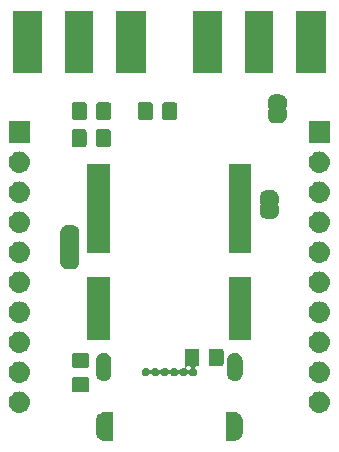
<source format=gts>
G04 #@! TF.GenerationSoftware,KiCad,Pcbnew,(5.1.4-0-10_14)*
G04 #@! TF.CreationDate,2020-02-10T15:43:12-05:00*
G04 #@! TF.ProjectId,neo8_adapter,6e656f38-5f61-4646-9170-7465722e6b69,rev?*
G04 #@! TF.SameCoordinates,Original*
G04 #@! TF.FileFunction,Soldermask,Top*
G04 #@! TF.FilePolarity,Negative*
%FSLAX46Y46*%
G04 Gerber Fmt 4.6, Leading zero omitted, Abs format (unit mm)*
G04 Created by KiCad (PCBNEW (5.1.4-0-10_14)) date 2020-02-10 15:43:12*
%MOMM*%
%LPD*%
G04 APERTURE LIST*
%ADD10C,0.100000*%
G04 APERTURE END LIST*
D10*
G36*
X154495862Y-117698398D02*
G01*
X154508114Y-117699000D01*
X155226000Y-117699000D01*
X155226000Y-120101000D01*
X154508114Y-120101000D01*
X154495862Y-120101602D01*
X154470000Y-120104149D01*
X154444138Y-120101602D01*
X154431886Y-120101000D01*
X154392382Y-120101000D01*
X154373387Y-120095238D01*
X154361262Y-120093439D01*
X154342382Y-120091580D01*
X154251596Y-120064040D01*
X154219664Y-120054354D01*
X154106575Y-119993906D01*
X154007447Y-119912554D01*
X153926094Y-119813424D01*
X153865646Y-119700335D01*
X153855960Y-119668403D01*
X153828420Y-119577617D01*
X153819000Y-119481972D01*
X153819001Y-118318027D01*
X153828421Y-118222382D01*
X153865646Y-118099668D01*
X153865647Y-118099664D01*
X153926095Y-117986575D01*
X154007447Y-117887446D01*
X154106576Y-117806094D01*
X154219665Y-117745646D01*
X154277959Y-117727963D01*
X154342383Y-117708420D01*
X154361256Y-117706561D01*
X154385285Y-117701782D01*
X154392002Y-117699000D01*
X154431886Y-117699000D01*
X154444138Y-117698398D01*
X154470000Y-117695851D01*
X154495862Y-117698398D01*
X154495862Y-117698398D01*
G37*
G36*
X165595862Y-117698398D02*
G01*
X165608114Y-117699000D01*
X165679244Y-117699000D01*
X165693164Y-117706440D01*
X165704706Y-117710570D01*
X165820332Y-117745645D01*
X165820335Y-117745646D01*
X165933425Y-117806094D01*
X166032554Y-117887446D01*
X166113906Y-117986575D01*
X166174354Y-118099664D01*
X166174355Y-118099668D01*
X166211580Y-118222382D01*
X166221000Y-118318027D01*
X166221000Y-119481973D01*
X166211580Y-119577618D01*
X166184040Y-119668404D01*
X166174354Y-119700336D01*
X166113906Y-119813425D01*
X166032554Y-119912553D01*
X165933424Y-119993906D01*
X165820334Y-120054354D01*
X165704714Y-120089427D01*
X165682075Y-120098805D01*
X165678790Y-120101000D01*
X165608114Y-120101000D01*
X165595862Y-120101602D01*
X165570000Y-120104149D01*
X165544138Y-120101602D01*
X165531886Y-120101000D01*
X164814000Y-120101000D01*
X164814000Y-117699000D01*
X165531886Y-117699000D01*
X165544138Y-117698398D01*
X165570000Y-117695851D01*
X165595862Y-117698398D01*
X165595862Y-117698398D01*
G37*
G36*
X172830442Y-115945518D02*
G01*
X172896627Y-115952037D01*
X173066466Y-116003557D01*
X173222991Y-116087222D01*
X173258729Y-116116552D01*
X173360186Y-116199814D01*
X173443448Y-116301271D01*
X173472778Y-116337009D01*
X173556443Y-116493534D01*
X173607963Y-116663373D01*
X173625359Y-116840000D01*
X173607963Y-117016627D01*
X173556443Y-117186466D01*
X173472778Y-117342991D01*
X173443448Y-117378729D01*
X173360186Y-117480186D01*
X173258729Y-117563448D01*
X173222991Y-117592778D01*
X173066466Y-117676443D01*
X172896627Y-117727963D01*
X172830442Y-117734482D01*
X172764260Y-117741000D01*
X172675740Y-117741000D01*
X172609558Y-117734482D01*
X172543373Y-117727963D01*
X172373534Y-117676443D01*
X172217009Y-117592778D01*
X172181271Y-117563448D01*
X172079814Y-117480186D01*
X171996552Y-117378729D01*
X171967222Y-117342991D01*
X171883557Y-117186466D01*
X171832037Y-117016627D01*
X171814641Y-116840000D01*
X171832037Y-116663373D01*
X171883557Y-116493534D01*
X171967222Y-116337009D01*
X171996552Y-116301271D01*
X172079814Y-116199814D01*
X172181271Y-116116552D01*
X172217009Y-116087222D01*
X172373534Y-116003557D01*
X172543373Y-115952037D01*
X172609558Y-115945518D01*
X172675740Y-115939000D01*
X172764260Y-115939000D01*
X172830442Y-115945518D01*
X172830442Y-115945518D01*
G37*
G36*
X147430442Y-115945518D02*
G01*
X147496627Y-115952037D01*
X147666466Y-116003557D01*
X147822991Y-116087222D01*
X147858729Y-116116552D01*
X147960186Y-116199814D01*
X148043448Y-116301271D01*
X148072778Y-116337009D01*
X148156443Y-116493534D01*
X148207963Y-116663373D01*
X148225359Y-116840000D01*
X148207963Y-117016627D01*
X148156443Y-117186466D01*
X148072778Y-117342991D01*
X148043448Y-117378729D01*
X147960186Y-117480186D01*
X147858729Y-117563448D01*
X147822991Y-117592778D01*
X147666466Y-117676443D01*
X147496627Y-117727963D01*
X147430442Y-117734482D01*
X147364260Y-117741000D01*
X147275740Y-117741000D01*
X147209558Y-117734482D01*
X147143373Y-117727963D01*
X146973534Y-117676443D01*
X146817009Y-117592778D01*
X146781271Y-117563448D01*
X146679814Y-117480186D01*
X146596552Y-117378729D01*
X146567222Y-117342991D01*
X146483557Y-117186466D01*
X146432037Y-117016627D01*
X146414641Y-116840000D01*
X146432037Y-116663373D01*
X146483557Y-116493534D01*
X146567222Y-116337009D01*
X146596552Y-116301271D01*
X146679814Y-116199814D01*
X146781271Y-116116552D01*
X146817009Y-116087222D01*
X146973534Y-116003557D01*
X147143373Y-115952037D01*
X147209558Y-115945518D01*
X147275740Y-115939000D01*
X147364260Y-115939000D01*
X147430442Y-115945518D01*
X147430442Y-115945518D01*
G37*
G36*
X153090274Y-114745265D02*
G01*
X153127967Y-114756699D01*
X153162703Y-114775266D01*
X153193148Y-114800252D01*
X153218134Y-114830697D01*
X153236701Y-114865433D01*
X153248135Y-114903126D01*
X153252600Y-114948461D01*
X153252600Y-115785139D01*
X153248135Y-115830474D01*
X153236701Y-115868167D01*
X153218134Y-115902903D01*
X153193148Y-115933348D01*
X153162703Y-115958334D01*
X153127967Y-115976901D01*
X153090274Y-115988335D01*
X153044939Y-115992800D01*
X151958261Y-115992800D01*
X151912926Y-115988335D01*
X151875233Y-115976901D01*
X151840497Y-115958334D01*
X151810052Y-115933348D01*
X151785066Y-115902903D01*
X151766499Y-115868167D01*
X151755065Y-115830474D01*
X151750600Y-115785139D01*
X151750600Y-114948461D01*
X151755065Y-114903126D01*
X151766499Y-114865433D01*
X151785066Y-114830697D01*
X151810052Y-114800252D01*
X151840497Y-114775266D01*
X151875233Y-114756699D01*
X151912926Y-114745265D01*
X151958261Y-114740800D01*
X153044939Y-114740800D01*
X153090274Y-114745265D01*
X153090274Y-114745265D01*
G37*
G36*
X147430443Y-113405519D02*
G01*
X147496627Y-113412037D01*
X147666466Y-113463557D01*
X147822991Y-113547222D01*
X147858729Y-113576552D01*
X147960186Y-113659814D01*
X148029853Y-113744705D01*
X148072778Y-113797009D01*
X148156443Y-113953534D01*
X148207963Y-114123373D01*
X148225359Y-114300000D01*
X148207963Y-114476627D01*
X148156443Y-114646466D01*
X148072778Y-114802991D01*
X148058394Y-114820518D01*
X147960186Y-114940186D01*
X147871493Y-115012973D01*
X147822991Y-115052778D01*
X147666466Y-115136443D01*
X147496627Y-115187963D01*
X147430442Y-115194482D01*
X147364260Y-115201000D01*
X147275740Y-115201000D01*
X147209558Y-115194482D01*
X147143373Y-115187963D01*
X146973534Y-115136443D01*
X146817009Y-115052778D01*
X146768507Y-115012973D01*
X146679814Y-114940186D01*
X146581606Y-114820518D01*
X146567222Y-114802991D01*
X146483557Y-114646466D01*
X146432037Y-114476627D01*
X146414641Y-114300000D01*
X146432037Y-114123373D01*
X146483557Y-113953534D01*
X146567222Y-113797009D01*
X146610147Y-113744705D01*
X146679814Y-113659814D01*
X146781271Y-113576552D01*
X146817009Y-113547222D01*
X146973534Y-113463557D01*
X147143373Y-113412037D01*
X147209557Y-113405519D01*
X147275740Y-113399000D01*
X147364260Y-113399000D01*
X147430443Y-113405519D01*
X147430443Y-113405519D01*
G37*
G36*
X172830443Y-113405519D02*
G01*
X172896627Y-113412037D01*
X173066466Y-113463557D01*
X173222991Y-113547222D01*
X173258729Y-113576552D01*
X173360186Y-113659814D01*
X173429853Y-113744705D01*
X173472778Y-113797009D01*
X173556443Y-113953534D01*
X173607963Y-114123373D01*
X173625359Y-114300000D01*
X173607963Y-114476627D01*
X173556443Y-114646466D01*
X173472778Y-114802991D01*
X173458394Y-114820518D01*
X173360186Y-114940186D01*
X173271493Y-115012973D01*
X173222991Y-115052778D01*
X173066466Y-115136443D01*
X172896627Y-115187963D01*
X172830442Y-115194482D01*
X172764260Y-115201000D01*
X172675740Y-115201000D01*
X172609558Y-115194482D01*
X172543373Y-115187963D01*
X172373534Y-115136443D01*
X172217009Y-115052778D01*
X172168507Y-115012973D01*
X172079814Y-114940186D01*
X171981606Y-114820518D01*
X171967222Y-114802991D01*
X171883557Y-114646466D01*
X171832037Y-114476627D01*
X171814641Y-114300000D01*
X171832037Y-114123373D01*
X171883557Y-113953534D01*
X171967222Y-113797009D01*
X172010147Y-113744705D01*
X172079814Y-113659814D01*
X172181271Y-113576552D01*
X172217009Y-113547222D01*
X172373534Y-113463557D01*
X172543373Y-113412037D01*
X172609557Y-113405519D01*
X172675740Y-113399000D01*
X172764260Y-113399000D01*
X172830443Y-113405519D01*
X172830443Y-113405519D01*
G37*
G36*
X165697618Y-112658420D02*
G01*
X165788404Y-112685960D01*
X165820336Y-112695646D01*
X165933425Y-112756094D01*
X166032554Y-112837446D01*
X166113906Y-112936575D01*
X166174354Y-113049664D01*
X166174355Y-113049668D01*
X166211580Y-113172382D01*
X166221000Y-113268027D01*
X166221000Y-114431973D01*
X166211580Y-114527618D01*
X166186270Y-114611052D01*
X166174354Y-114650336D01*
X166113906Y-114763425D01*
X166032554Y-114862553D01*
X165933424Y-114943906D01*
X165820335Y-115004354D01*
X165791921Y-115012973D01*
X165697617Y-115041580D01*
X165570000Y-115054149D01*
X165442382Y-115041580D01*
X165348078Y-115012973D01*
X165319664Y-115004354D01*
X165206575Y-114943906D01*
X165107447Y-114862554D01*
X165026094Y-114763424D01*
X164965646Y-114650335D01*
X164942078Y-114572640D01*
X164928420Y-114527617D01*
X164919000Y-114431972D01*
X164919001Y-113268027D01*
X164928421Y-113172382D01*
X164965646Y-113049668D01*
X164965647Y-113049664D01*
X165026095Y-112936575D01*
X165107447Y-112837446D01*
X165206576Y-112756094D01*
X165319665Y-112695646D01*
X165351597Y-112685960D01*
X165442383Y-112658420D01*
X165570000Y-112645851D01*
X165697618Y-112658420D01*
X165697618Y-112658420D01*
G37*
G36*
X154597618Y-112658420D02*
G01*
X154688404Y-112685960D01*
X154720336Y-112695646D01*
X154833425Y-112756094D01*
X154932554Y-112837446D01*
X155013906Y-112936575D01*
X155074354Y-113049664D01*
X155074355Y-113049668D01*
X155111580Y-113172382D01*
X155121000Y-113268027D01*
X155121000Y-114431973D01*
X155111580Y-114527618D01*
X155086270Y-114611052D01*
X155074354Y-114650336D01*
X155013906Y-114763425D01*
X154932554Y-114862553D01*
X154833424Y-114943906D01*
X154720335Y-115004354D01*
X154691921Y-115012973D01*
X154597617Y-115041580D01*
X154470000Y-115054149D01*
X154342382Y-115041580D01*
X154248078Y-115012973D01*
X154219664Y-115004354D01*
X154106575Y-114943906D01*
X154007447Y-114862554D01*
X153926094Y-114763424D01*
X153865646Y-114650335D01*
X153842078Y-114572640D01*
X153828420Y-114527617D01*
X153819000Y-114431972D01*
X153819001Y-113268027D01*
X153828421Y-113172382D01*
X153865646Y-113049668D01*
X153865647Y-113049664D01*
X153926095Y-112936575D01*
X154007447Y-112837446D01*
X154106576Y-112756094D01*
X154219665Y-112695646D01*
X154251597Y-112685960D01*
X154342383Y-112658420D01*
X154470000Y-112645851D01*
X154597618Y-112658420D01*
X154597618Y-112658420D01*
G37*
G36*
X162396074Y-112321565D02*
G01*
X162433767Y-112332999D01*
X162468503Y-112351566D01*
X162498948Y-112376552D01*
X162523934Y-112406997D01*
X162542501Y-112441733D01*
X162553935Y-112479426D01*
X162558400Y-112524761D01*
X162558400Y-113611439D01*
X162553935Y-113656774D01*
X162542501Y-113694467D01*
X162523934Y-113729203D01*
X162498948Y-113759648D01*
X162468503Y-113784634D01*
X162433767Y-113803201D01*
X162396074Y-113814635D01*
X162350739Y-113819100D01*
X162337263Y-113819100D01*
X162312877Y-113821502D01*
X162289428Y-113828615D01*
X162267817Y-113840166D01*
X162248875Y-113855711D01*
X162233330Y-113874653D01*
X162221779Y-113896264D01*
X162214666Y-113919713D01*
X162212264Y-113944099D01*
X162214666Y-113968485D01*
X162221779Y-113991934D01*
X162233330Y-114013545D01*
X162248875Y-114032487D01*
X162292640Y-114076252D01*
X162331054Y-114133742D01*
X162343779Y-114164464D01*
X162357511Y-114197617D01*
X162371000Y-114265430D01*
X162371000Y-114334570D01*
X162357511Y-114402383D01*
X162357510Y-114402385D01*
X162331054Y-114466258D01*
X162292640Y-114523748D01*
X162243748Y-114572640D01*
X162186258Y-114611054D01*
X162134182Y-114632624D01*
X162122383Y-114637511D01*
X162054570Y-114651000D01*
X161985430Y-114651000D01*
X161917617Y-114637511D01*
X161905818Y-114632624D01*
X161853742Y-114611054D01*
X161796252Y-114572640D01*
X161747360Y-114523748D01*
X161723933Y-114488687D01*
X161708387Y-114469745D01*
X161689445Y-114454200D01*
X161667835Y-114442649D01*
X161644386Y-114435536D01*
X161620000Y-114433134D01*
X161595614Y-114435536D01*
X161572165Y-114442649D01*
X161550554Y-114454200D01*
X161531612Y-114469746D01*
X161516067Y-114488687D01*
X161492640Y-114523748D01*
X161443748Y-114572640D01*
X161386258Y-114611054D01*
X161334182Y-114632624D01*
X161322383Y-114637511D01*
X161254570Y-114651000D01*
X161185430Y-114651000D01*
X161117617Y-114637511D01*
X161105818Y-114632624D01*
X161053742Y-114611054D01*
X160996252Y-114572640D01*
X160947360Y-114523748D01*
X160923933Y-114488687D01*
X160908387Y-114469745D01*
X160889445Y-114454200D01*
X160867835Y-114442649D01*
X160844386Y-114435536D01*
X160820000Y-114433134D01*
X160795614Y-114435536D01*
X160772165Y-114442649D01*
X160750554Y-114454200D01*
X160731612Y-114469746D01*
X160716067Y-114488687D01*
X160692640Y-114523748D01*
X160643748Y-114572640D01*
X160586258Y-114611054D01*
X160534182Y-114632624D01*
X160522383Y-114637511D01*
X160454570Y-114651000D01*
X160385430Y-114651000D01*
X160317617Y-114637511D01*
X160305818Y-114632624D01*
X160253742Y-114611054D01*
X160196252Y-114572640D01*
X160147360Y-114523748D01*
X160123933Y-114488687D01*
X160108387Y-114469745D01*
X160089445Y-114454200D01*
X160067835Y-114442649D01*
X160044386Y-114435536D01*
X160020000Y-114433134D01*
X159995614Y-114435536D01*
X159972165Y-114442649D01*
X159950554Y-114454200D01*
X159931612Y-114469746D01*
X159916067Y-114488687D01*
X159892640Y-114523748D01*
X159843748Y-114572640D01*
X159786258Y-114611054D01*
X159734182Y-114632624D01*
X159722383Y-114637511D01*
X159654570Y-114651000D01*
X159585430Y-114651000D01*
X159517617Y-114637511D01*
X159505818Y-114632624D01*
X159453742Y-114611054D01*
X159396252Y-114572640D01*
X159347360Y-114523748D01*
X159323933Y-114488687D01*
X159308387Y-114469745D01*
X159289445Y-114454200D01*
X159267835Y-114442649D01*
X159244386Y-114435536D01*
X159220000Y-114433134D01*
X159195614Y-114435536D01*
X159172165Y-114442649D01*
X159150554Y-114454200D01*
X159131612Y-114469746D01*
X159116067Y-114488687D01*
X159092640Y-114523748D01*
X159043748Y-114572640D01*
X158986258Y-114611054D01*
X158934182Y-114632624D01*
X158922383Y-114637511D01*
X158854570Y-114651000D01*
X158785430Y-114651000D01*
X158717617Y-114637511D01*
X158705818Y-114632624D01*
X158653742Y-114611054D01*
X158596252Y-114572640D01*
X158547360Y-114523748D01*
X158523933Y-114488687D01*
X158508387Y-114469745D01*
X158489445Y-114454200D01*
X158467835Y-114442649D01*
X158444386Y-114435536D01*
X158420000Y-114433134D01*
X158395614Y-114435536D01*
X158372165Y-114442649D01*
X158350554Y-114454200D01*
X158331612Y-114469746D01*
X158316067Y-114488687D01*
X158292640Y-114523748D01*
X158243748Y-114572640D01*
X158186258Y-114611054D01*
X158134182Y-114632624D01*
X158122383Y-114637511D01*
X158054570Y-114651000D01*
X157985430Y-114651000D01*
X157917617Y-114637511D01*
X157905818Y-114632624D01*
X157853742Y-114611054D01*
X157796252Y-114572640D01*
X157747360Y-114523748D01*
X157708946Y-114466258D01*
X157682490Y-114402385D01*
X157682489Y-114402383D01*
X157669000Y-114334570D01*
X157669000Y-114265430D01*
X157682489Y-114197617D01*
X157696221Y-114164464D01*
X157708946Y-114133742D01*
X157747360Y-114076252D01*
X157796252Y-114027360D01*
X157853742Y-113988946D01*
X157917615Y-113962490D01*
X157917614Y-113962490D01*
X157917617Y-113962489D01*
X157985430Y-113949000D01*
X158054570Y-113949000D01*
X158122383Y-113962489D01*
X158122386Y-113962490D01*
X158122385Y-113962490D01*
X158186258Y-113988946D01*
X158243748Y-114027360D01*
X158292640Y-114076252D01*
X158316067Y-114111313D01*
X158331613Y-114130255D01*
X158350555Y-114145800D01*
X158372165Y-114157351D01*
X158395614Y-114164464D01*
X158420000Y-114166866D01*
X158444386Y-114164464D01*
X158467835Y-114157351D01*
X158489446Y-114145800D01*
X158508388Y-114130254D01*
X158523933Y-114111313D01*
X158547360Y-114076252D01*
X158596252Y-114027360D01*
X158653742Y-113988946D01*
X158717615Y-113962490D01*
X158717614Y-113962490D01*
X158717617Y-113962489D01*
X158785430Y-113949000D01*
X158854570Y-113949000D01*
X158922383Y-113962489D01*
X158922386Y-113962490D01*
X158922385Y-113962490D01*
X158986258Y-113988946D01*
X159043748Y-114027360D01*
X159092640Y-114076252D01*
X159116067Y-114111313D01*
X159131613Y-114130255D01*
X159150555Y-114145800D01*
X159172165Y-114157351D01*
X159195614Y-114164464D01*
X159220000Y-114166866D01*
X159244386Y-114164464D01*
X159267835Y-114157351D01*
X159289446Y-114145800D01*
X159308388Y-114130254D01*
X159323933Y-114111313D01*
X159347360Y-114076252D01*
X159396252Y-114027360D01*
X159453742Y-113988946D01*
X159517615Y-113962490D01*
X159517614Y-113962490D01*
X159517617Y-113962489D01*
X159585430Y-113949000D01*
X159654570Y-113949000D01*
X159722383Y-113962489D01*
X159722386Y-113962490D01*
X159722385Y-113962490D01*
X159786258Y-113988946D01*
X159843748Y-114027360D01*
X159892640Y-114076252D01*
X159916067Y-114111313D01*
X159931613Y-114130255D01*
X159950555Y-114145800D01*
X159972165Y-114157351D01*
X159995614Y-114164464D01*
X160020000Y-114166866D01*
X160044386Y-114164464D01*
X160067835Y-114157351D01*
X160089446Y-114145800D01*
X160108388Y-114130254D01*
X160123933Y-114111313D01*
X160147360Y-114076252D01*
X160196252Y-114027360D01*
X160253742Y-113988946D01*
X160317615Y-113962490D01*
X160317614Y-113962490D01*
X160317617Y-113962489D01*
X160385430Y-113949000D01*
X160454570Y-113949000D01*
X160522383Y-113962489D01*
X160522386Y-113962490D01*
X160522385Y-113962490D01*
X160586258Y-113988946D01*
X160643748Y-114027360D01*
X160692640Y-114076252D01*
X160716067Y-114111313D01*
X160731613Y-114130255D01*
X160750555Y-114145800D01*
X160772165Y-114157351D01*
X160795614Y-114164464D01*
X160820000Y-114166866D01*
X160844386Y-114164464D01*
X160867835Y-114157351D01*
X160889446Y-114145800D01*
X160908388Y-114130254D01*
X160923933Y-114111313D01*
X160947360Y-114076252D01*
X160996252Y-114027360D01*
X161053742Y-113988946D01*
X161117615Y-113962490D01*
X161117614Y-113962490D01*
X161117617Y-113962489D01*
X161185430Y-113949000D01*
X161256960Y-113949000D01*
X161281346Y-113946598D01*
X161289584Y-113944099D01*
X161412264Y-113944099D01*
X161414666Y-113968485D01*
X161421779Y-113991934D01*
X161433330Y-114013545D01*
X161448875Y-114032487D01*
X161492640Y-114076252D01*
X161516067Y-114111313D01*
X161531613Y-114130255D01*
X161550555Y-114145800D01*
X161572165Y-114157351D01*
X161595614Y-114164464D01*
X161620000Y-114166866D01*
X161644386Y-114164464D01*
X161667835Y-114157351D01*
X161689446Y-114145800D01*
X161708388Y-114130254D01*
X161723933Y-114111313D01*
X161747360Y-114076252D01*
X161791125Y-114032487D01*
X161806670Y-114013545D01*
X161818221Y-113991934D01*
X161825334Y-113968485D01*
X161827736Y-113944099D01*
X161825334Y-113919713D01*
X161818221Y-113896264D01*
X161806670Y-113874653D01*
X161791125Y-113855711D01*
X161772183Y-113840166D01*
X161750572Y-113828615D01*
X161727123Y-113821502D01*
X161702737Y-113819100D01*
X161537263Y-113819100D01*
X161512877Y-113821502D01*
X161489428Y-113828615D01*
X161467817Y-113840166D01*
X161448875Y-113855711D01*
X161433330Y-113874653D01*
X161421779Y-113896264D01*
X161414666Y-113919713D01*
X161412264Y-113944099D01*
X161289584Y-113944099D01*
X161304795Y-113939485D01*
X161326406Y-113927934D01*
X161345348Y-113912389D01*
X161360893Y-113893447D01*
X161372444Y-113871836D01*
X161379557Y-113848387D01*
X161381959Y-113824001D01*
X161379557Y-113799615D01*
X161372444Y-113776166D01*
X161353587Y-113744705D01*
X161340868Y-113729206D01*
X161322299Y-113694467D01*
X161310865Y-113656774D01*
X161306400Y-113611439D01*
X161306400Y-112524761D01*
X161310865Y-112479426D01*
X161322299Y-112441733D01*
X161340866Y-112406997D01*
X161365852Y-112376552D01*
X161396297Y-112351566D01*
X161431033Y-112332999D01*
X161468726Y-112321565D01*
X161514061Y-112317100D01*
X162350739Y-112317100D01*
X162396074Y-112321565D01*
X162396074Y-112321565D01*
G37*
G36*
X153090274Y-112695265D02*
G01*
X153127967Y-112706699D01*
X153162703Y-112725266D01*
X153193148Y-112750252D01*
X153218134Y-112780697D01*
X153236701Y-112815433D01*
X153248135Y-112853126D01*
X153252600Y-112898461D01*
X153252600Y-113735139D01*
X153248135Y-113780474D01*
X153236701Y-113818167D01*
X153218134Y-113852903D01*
X153193148Y-113883348D01*
X153162703Y-113908334D01*
X153127967Y-113926901D01*
X153090274Y-113938335D01*
X153044939Y-113942800D01*
X151958261Y-113942800D01*
X151912926Y-113938335D01*
X151875233Y-113926901D01*
X151840497Y-113908334D01*
X151810052Y-113883348D01*
X151785066Y-113852903D01*
X151766499Y-113818167D01*
X151755065Y-113780474D01*
X151750600Y-113735139D01*
X151750600Y-112898461D01*
X151755065Y-112853126D01*
X151766499Y-112815433D01*
X151785066Y-112780697D01*
X151810052Y-112750252D01*
X151840497Y-112725266D01*
X151875233Y-112706699D01*
X151912926Y-112695265D01*
X151958261Y-112690800D01*
X153044939Y-112690800D01*
X153090274Y-112695265D01*
X153090274Y-112695265D01*
G37*
G36*
X164446074Y-112321565D02*
G01*
X164483767Y-112332999D01*
X164518503Y-112351566D01*
X164548948Y-112376552D01*
X164573934Y-112406997D01*
X164592501Y-112441733D01*
X164603935Y-112479426D01*
X164608400Y-112524761D01*
X164608400Y-113611439D01*
X164603935Y-113656774D01*
X164592501Y-113694467D01*
X164573934Y-113729203D01*
X164548948Y-113759648D01*
X164518503Y-113784634D01*
X164483767Y-113803201D01*
X164446074Y-113814635D01*
X164400739Y-113819100D01*
X163564061Y-113819100D01*
X163518726Y-113814635D01*
X163481033Y-113803201D01*
X163446297Y-113784634D01*
X163415852Y-113759648D01*
X163390866Y-113729203D01*
X163372299Y-113694467D01*
X163360865Y-113656774D01*
X163356400Y-113611439D01*
X163356400Y-112524761D01*
X163360865Y-112479426D01*
X163372299Y-112441733D01*
X163390866Y-112406997D01*
X163415852Y-112376552D01*
X163446297Y-112351566D01*
X163481033Y-112332999D01*
X163518726Y-112321565D01*
X163564061Y-112317100D01*
X164400739Y-112317100D01*
X164446074Y-112321565D01*
X164446074Y-112321565D01*
G37*
G36*
X147430442Y-110865518D02*
G01*
X147496627Y-110872037D01*
X147666466Y-110923557D01*
X147822991Y-111007222D01*
X147858729Y-111036552D01*
X147960186Y-111119814D01*
X148043448Y-111221271D01*
X148072778Y-111257009D01*
X148156443Y-111413534D01*
X148207963Y-111583373D01*
X148225359Y-111760000D01*
X148207963Y-111936627D01*
X148156443Y-112106466D01*
X148072778Y-112262991D01*
X148043448Y-112298729D01*
X147960186Y-112400186D01*
X147863630Y-112479426D01*
X147822991Y-112512778D01*
X147666466Y-112596443D01*
X147496627Y-112647963D01*
X147430442Y-112654482D01*
X147364260Y-112661000D01*
X147275740Y-112661000D01*
X147209558Y-112654482D01*
X147143373Y-112647963D01*
X146973534Y-112596443D01*
X146817009Y-112512778D01*
X146776370Y-112479426D01*
X146679814Y-112400186D01*
X146596552Y-112298729D01*
X146567222Y-112262991D01*
X146483557Y-112106466D01*
X146432037Y-111936627D01*
X146414641Y-111760000D01*
X146432037Y-111583373D01*
X146483557Y-111413534D01*
X146567222Y-111257009D01*
X146596552Y-111221271D01*
X146679814Y-111119814D01*
X146781271Y-111036552D01*
X146817009Y-111007222D01*
X146973534Y-110923557D01*
X147143373Y-110872037D01*
X147209558Y-110865518D01*
X147275740Y-110859000D01*
X147364260Y-110859000D01*
X147430442Y-110865518D01*
X147430442Y-110865518D01*
G37*
G36*
X172830442Y-110865518D02*
G01*
X172896627Y-110872037D01*
X173066466Y-110923557D01*
X173222991Y-111007222D01*
X173258729Y-111036552D01*
X173360186Y-111119814D01*
X173443448Y-111221271D01*
X173472778Y-111257009D01*
X173556443Y-111413534D01*
X173607963Y-111583373D01*
X173625359Y-111760000D01*
X173607963Y-111936627D01*
X173556443Y-112106466D01*
X173472778Y-112262991D01*
X173443448Y-112298729D01*
X173360186Y-112400186D01*
X173263630Y-112479426D01*
X173222991Y-112512778D01*
X173066466Y-112596443D01*
X172896627Y-112647963D01*
X172830442Y-112654482D01*
X172764260Y-112661000D01*
X172675740Y-112661000D01*
X172609558Y-112654482D01*
X172543373Y-112647963D01*
X172373534Y-112596443D01*
X172217009Y-112512778D01*
X172176370Y-112479426D01*
X172079814Y-112400186D01*
X171996552Y-112298729D01*
X171967222Y-112262991D01*
X171883557Y-112106466D01*
X171832037Y-111936627D01*
X171814641Y-111760000D01*
X171832037Y-111583373D01*
X171883557Y-111413534D01*
X171967222Y-111257009D01*
X171996552Y-111221271D01*
X172079814Y-111119814D01*
X172181271Y-111036552D01*
X172217009Y-111007222D01*
X172373534Y-110923557D01*
X172543373Y-110872037D01*
X172609558Y-110865518D01*
X172675740Y-110859000D01*
X172764260Y-110859000D01*
X172830442Y-110865518D01*
X172830442Y-110865518D01*
G37*
G36*
X154971000Y-111591000D02*
G01*
X153069000Y-111591000D01*
X153069000Y-106289000D01*
X154971000Y-106289000D01*
X154971000Y-111591000D01*
X154971000Y-111591000D01*
G37*
G36*
X166971000Y-111591000D02*
G01*
X165069000Y-111591000D01*
X165069000Y-106289000D01*
X166971000Y-106289000D01*
X166971000Y-111591000D01*
X166971000Y-111591000D01*
G37*
G36*
X172830443Y-108325519D02*
G01*
X172896627Y-108332037D01*
X173066466Y-108383557D01*
X173222991Y-108467222D01*
X173249527Y-108489000D01*
X173360186Y-108579814D01*
X173443448Y-108681271D01*
X173472778Y-108717009D01*
X173556443Y-108873534D01*
X173607963Y-109043373D01*
X173625359Y-109220000D01*
X173607963Y-109396627D01*
X173556443Y-109566466D01*
X173472778Y-109722991D01*
X173443448Y-109758729D01*
X173360186Y-109860186D01*
X173258729Y-109943448D01*
X173222991Y-109972778D01*
X173066466Y-110056443D01*
X172896627Y-110107963D01*
X172830443Y-110114481D01*
X172764260Y-110121000D01*
X172675740Y-110121000D01*
X172609557Y-110114481D01*
X172543373Y-110107963D01*
X172373534Y-110056443D01*
X172217009Y-109972778D01*
X172181271Y-109943448D01*
X172079814Y-109860186D01*
X171996552Y-109758729D01*
X171967222Y-109722991D01*
X171883557Y-109566466D01*
X171832037Y-109396627D01*
X171814641Y-109220000D01*
X171832037Y-109043373D01*
X171883557Y-108873534D01*
X171967222Y-108717009D01*
X171996552Y-108681271D01*
X172079814Y-108579814D01*
X172190473Y-108489000D01*
X172217009Y-108467222D01*
X172373534Y-108383557D01*
X172543373Y-108332037D01*
X172609557Y-108325519D01*
X172675740Y-108319000D01*
X172764260Y-108319000D01*
X172830443Y-108325519D01*
X172830443Y-108325519D01*
G37*
G36*
X147430443Y-108325519D02*
G01*
X147496627Y-108332037D01*
X147666466Y-108383557D01*
X147822991Y-108467222D01*
X147849527Y-108489000D01*
X147960186Y-108579814D01*
X148043448Y-108681271D01*
X148072778Y-108717009D01*
X148156443Y-108873534D01*
X148207963Y-109043373D01*
X148225359Y-109220000D01*
X148207963Y-109396627D01*
X148156443Y-109566466D01*
X148072778Y-109722991D01*
X148043448Y-109758729D01*
X147960186Y-109860186D01*
X147858729Y-109943448D01*
X147822991Y-109972778D01*
X147666466Y-110056443D01*
X147496627Y-110107963D01*
X147430443Y-110114481D01*
X147364260Y-110121000D01*
X147275740Y-110121000D01*
X147209557Y-110114481D01*
X147143373Y-110107963D01*
X146973534Y-110056443D01*
X146817009Y-109972778D01*
X146781271Y-109943448D01*
X146679814Y-109860186D01*
X146596552Y-109758729D01*
X146567222Y-109722991D01*
X146483557Y-109566466D01*
X146432037Y-109396627D01*
X146414641Y-109220000D01*
X146432037Y-109043373D01*
X146483557Y-108873534D01*
X146567222Y-108717009D01*
X146596552Y-108681271D01*
X146679814Y-108579814D01*
X146790473Y-108489000D01*
X146817009Y-108467222D01*
X146973534Y-108383557D01*
X147143373Y-108332037D01*
X147209557Y-108325519D01*
X147275740Y-108319000D01*
X147364260Y-108319000D01*
X147430443Y-108325519D01*
X147430443Y-108325519D01*
G37*
G36*
X147430443Y-105785519D02*
G01*
X147496627Y-105792037D01*
X147666466Y-105843557D01*
X147822991Y-105927222D01*
X147858729Y-105956552D01*
X147960186Y-106039814D01*
X148043448Y-106141271D01*
X148072778Y-106177009D01*
X148156443Y-106333534D01*
X148207963Y-106503373D01*
X148225359Y-106680000D01*
X148207963Y-106856627D01*
X148156443Y-107026466D01*
X148072778Y-107182991D01*
X148066205Y-107191000D01*
X147960186Y-107320186D01*
X147858729Y-107403448D01*
X147822991Y-107432778D01*
X147666466Y-107516443D01*
X147496627Y-107567963D01*
X147430443Y-107574481D01*
X147364260Y-107581000D01*
X147275740Y-107581000D01*
X147209557Y-107574481D01*
X147143373Y-107567963D01*
X146973534Y-107516443D01*
X146817009Y-107432778D01*
X146781271Y-107403448D01*
X146679814Y-107320186D01*
X146573795Y-107191000D01*
X146567222Y-107182991D01*
X146483557Y-107026466D01*
X146432037Y-106856627D01*
X146414641Y-106680000D01*
X146432037Y-106503373D01*
X146483557Y-106333534D01*
X146567222Y-106177009D01*
X146596552Y-106141271D01*
X146679814Y-106039814D01*
X146781271Y-105956552D01*
X146817009Y-105927222D01*
X146973534Y-105843557D01*
X147143373Y-105792037D01*
X147209557Y-105785519D01*
X147275740Y-105779000D01*
X147364260Y-105779000D01*
X147430443Y-105785519D01*
X147430443Y-105785519D01*
G37*
G36*
X172830443Y-105785519D02*
G01*
X172896627Y-105792037D01*
X173066466Y-105843557D01*
X173222991Y-105927222D01*
X173258729Y-105956552D01*
X173360186Y-106039814D01*
X173443448Y-106141271D01*
X173472778Y-106177009D01*
X173556443Y-106333534D01*
X173607963Y-106503373D01*
X173625359Y-106680000D01*
X173607963Y-106856627D01*
X173556443Y-107026466D01*
X173472778Y-107182991D01*
X173466205Y-107191000D01*
X173360186Y-107320186D01*
X173258729Y-107403448D01*
X173222991Y-107432778D01*
X173066466Y-107516443D01*
X172896627Y-107567963D01*
X172830443Y-107574481D01*
X172764260Y-107581000D01*
X172675740Y-107581000D01*
X172609557Y-107574481D01*
X172543373Y-107567963D01*
X172373534Y-107516443D01*
X172217009Y-107432778D01*
X172181271Y-107403448D01*
X172079814Y-107320186D01*
X171973795Y-107191000D01*
X171967222Y-107182991D01*
X171883557Y-107026466D01*
X171832037Y-106856627D01*
X171814641Y-106680000D01*
X171832037Y-106503373D01*
X171883557Y-106333534D01*
X171967222Y-106177009D01*
X171996552Y-106141271D01*
X172079814Y-106039814D01*
X172181271Y-105956552D01*
X172217009Y-105927222D01*
X172373534Y-105843557D01*
X172543373Y-105792037D01*
X172609557Y-105785519D01*
X172675740Y-105779000D01*
X172764260Y-105779000D01*
X172830443Y-105785519D01*
X172830443Y-105785519D01*
G37*
G36*
X151849399Y-101862754D02*
G01*
X151861650Y-101863356D01*
X151880069Y-101863356D01*
X151902349Y-101865550D01*
X151986433Y-101882276D01*
X152007860Y-101888776D01*
X152087058Y-101921580D01*
X152092503Y-101924491D01*
X152092509Y-101924493D01*
X152101369Y-101929229D01*
X152101373Y-101929232D01*
X152106814Y-101932140D01*
X152178099Y-101979771D01*
X152195404Y-101993972D01*
X152256028Y-102054596D01*
X152270229Y-102071901D01*
X152317860Y-102143186D01*
X152320768Y-102148627D01*
X152320771Y-102148631D01*
X152325507Y-102157491D01*
X152325509Y-102157497D01*
X152328420Y-102162942D01*
X152361224Y-102242140D01*
X152367724Y-102263567D01*
X152384450Y-102347651D01*
X152386644Y-102369931D01*
X152386644Y-102388350D01*
X152387246Y-102400601D01*
X152389052Y-102418939D01*
X152389052Y-102956660D01*
X152387463Y-102972799D01*
X152383055Y-102987328D01*
X152377594Y-103000511D01*
X152372812Y-103024545D01*
X152372811Y-103049049D01*
X152377591Y-103073082D01*
X152386968Y-103095721D01*
X152388200Y-103097565D01*
X152388200Y-104328850D01*
X152381725Y-104340964D01*
X152374612Y-104364413D01*
X152372210Y-104388799D01*
X152374612Y-104413185D01*
X152381725Y-104436634D01*
X152384048Y-104441546D01*
X152387463Y-104452801D01*
X152389052Y-104468940D01*
X152389052Y-105006662D01*
X152387246Y-105024999D01*
X152386644Y-105037250D01*
X152386644Y-105055669D01*
X152384450Y-105077949D01*
X152367724Y-105162033D01*
X152361224Y-105183460D01*
X152328420Y-105262658D01*
X152325509Y-105268103D01*
X152325507Y-105268109D01*
X152320771Y-105276969D01*
X152320768Y-105276973D01*
X152317860Y-105282414D01*
X152270229Y-105353699D01*
X152256028Y-105371004D01*
X152195404Y-105431628D01*
X152178099Y-105445829D01*
X152106814Y-105493460D01*
X152101373Y-105496368D01*
X152101369Y-105496371D01*
X152092509Y-105501107D01*
X152092503Y-105501109D01*
X152087058Y-105504020D01*
X152007860Y-105536824D01*
X151986433Y-105543324D01*
X151902349Y-105560050D01*
X151880069Y-105562244D01*
X151861650Y-105562244D01*
X151849399Y-105562846D01*
X151831062Y-105564652D01*
X151343338Y-105564652D01*
X151325001Y-105562846D01*
X151312750Y-105562244D01*
X151294331Y-105562244D01*
X151272051Y-105560050D01*
X151187967Y-105543324D01*
X151166540Y-105536824D01*
X151087342Y-105504020D01*
X151081897Y-105501109D01*
X151081891Y-105501107D01*
X151073031Y-105496371D01*
X151073027Y-105496368D01*
X151067586Y-105493460D01*
X150996301Y-105445829D01*
X150978996Y-105431628D01*
X150918372Y-105371004D01*
X150904171Y-105353699D01*
X150856540Y-105282414D01*
X150853632Y-105276973D01*
X150853629Y-105276969D01*
X150848893Y-105268109D01*
X150848891Y-105268103D01*
X150845980Y-105262658D01*
X150813176Y-105183460D01*
X150806676Y-105162033D01*
X150789950Y-105077949D01*
X150787756Y-105055669D01*
X150787756Y-105037250D01*
X150787154Y-105024999D01*
X150785348Y-105006662D01*
X150785348Y-104468940D01*
X150786937Y-104452801D01*
X150791345Y-104438272D01*
X150796806Y-104425089D01*
X150801588Y-104401055D01*
X150801589Y-104376551D01*
X150796809Y-104352518D01*
X150787432Y-104329879D01*
X150786200Y-104328035D01*
X150786200Y-103096750D01*
X150792675Y-103084636D01*
X150799788Y-103061187D01*
X150802190Y-103036801D01*
X150799788Y-103012415D01*
X150792675Y-102988966D01*
X150790352Y-102984054D01*
X150786937Y-102972799D01*
X150785348Y-102956660D01*
X150785348Y-102418939D01*
X150787154Y-102400601D01*
X150787756Y-102388350D01*
X150787756Y-102369931D01*
X150789950Y-102347651D01*
X150806676Y-102263567D01*
X150813176Y-102242140D01*
X150845980Y-102162942D01*
X150848891Y-102157497D01*
X150848893Y-102157491D01*
X150853629Y-102148631D01*
X150853632Y-102148627D01*
X150856540Y-102143186D01*
X150904171Y-102071901D01*
X150918372Y-102054596D01*
X150978996Y-101993972D01*
X150996301Y-101979771D01*
X151067586Y-101932140D01*
X151073027Y-101929232D01*
X151073031Y-101929229D01*
X151081891Y-101924493D01*
X151081897Y-101924491D01*
X151087342Y-101921580D01*
X151166540Y-101888776D01*
X151187967Y-101882276D01*
X151272051Y-101865550D01*
X151294331Y-101863356D01*
X151312750Y-101863356D01*
X151325001Y-101862754D01*
X151343339Y-101860948D01*
X151831061Y-101860948D01*
X151849399Y-101862754D01*
X151849399Y-101862754D01*
G37*
G36*
X172830443Y-103245519D02*
G01*
X172896627Y-103252037D01*
X173066466Y-103303557D01*
X173222991Y-103387222D01*
X173258729Y-103416552D01*
X173360186Y-103499814D01*
X173443448Y-103601271D01*
X173472778Y-103637009D01*
X173556443Y-103793534D01*
X173607963Y-103963373D01*
X173625359Y-104140000D01*
X173607963Y-104316627D01*
X173556443Y-104486466D01*
X173472778Y-104642991D01*
X173443448Y-104678729D01*
X173360186Y-104780186D01*
X173258729Y-104863448D01*
X173222991Y-104892778D01*
X173066466Y-104976443D01*
X172896627Y-105027963D01*
X172830442Y-105034482D01*
X172764260Y-105041000D01*
X172675740Y-105041000D01*
X172609557Y-105034481D01*
X172543373Y-105027963D01*
X172373534Y-104976443D01*
X172217009Y-104892778D01*
X172181271Y-104863448D01*
X172079814Y-104780186D01*
X171996552Y-104678729D01*
X171967222Y-104642991D01*
X171883557Y-104486466D01*
X171832037Y-104316627D01*
X171814641Y-104140000D01*
X171832037Y-103963373D01*
X171883557Y-103793534D01*
X171967222Y-103637009D01*
X171996552Y-103601271D01*
X172079814Y-103499814D01*
X172181271Y-103416552D01*
X172217009Y-103387222D01*
X172373534Y-103303557D01*
X172543373Y-103252037D01*
X172609558Y-103245518D01*
X172675740Y-103239000D01*
X172764260Y-103239000D01*
X172830443Y-103245519D01*
X172830443Y-103245519D01*
G37*
G36*
X147430443Y-103245519D02*
G01*
X147496627Y-103252037D01*
X147666466Y-103303557D01*
X147822991Y-103387222D01*
X147858729Y-103416552D01*
X147960186Y-103499814D01*
X148043448Y-103601271D01*
X148072778Y-103637009D01*
X148156443Y-103793534D01*
X148207963Y-103963373D01*
X148225359Y-104140000D01*
X148207963Y-104316627D01*
X148156443Y-104486466D01*
X148072778Y-104642991D01*
X148043448Y-104678729D01*
X147960186Y-104780186D01*
X147858729Y-104863448D01*
X147822991Y-104892778D01*
X147666466Y-104976443D01*
X147496627Y-105027963D01*
X147430442Y-105034482D01*
X147364260Y-105041000D01*
X147275740Y-105041000D01*
X147209557Y-105034481D01*
X147143373Y-105027963D01*
X146973534Y-104976443D01*
X146817009Y-104892778D01*
X146781271Y-104863448D01*
X146679814Y-104780186D01*
X146596552Y-104678729D01*
X146567222Y-104642991D01*
X146483557Y-104486466D01*
X146432037Y-104316627D01*
X146414641Y-104140000D01*
X146432037Y-103963373D01*
X146483557Y-103793534D01*
X146567222Y-103637009D01*
X146596552Y-103601271D01*
X146679814Y-103499814D01*
X146781271Y-103416552D01*
X146817009Y-103387222D01*
X146973534Y-103303557D01*
X147143373Y-103252037D01*
X147209558Y-103245518D01*
X147275740Y-103239000D01*
X147364260Y-103239000D01*
X147430443Y-103245519D01*
X147430443Y-103245519D01*
G37*
G36*
X166971000Y-104191000D02*
G01*
X165069000Y-104191000D01*
X165069000Y-96689000D01*
X166971000Y-96689000D01*
X166971000Y-104191000D01*
X166971000Y-104191000D01*
G37*
G36*
X154971000Y-104191000D02*
G01*
X153069000Y-104191000D01*
X153069000Y-96689000D01*
X154971000Y-96689000D01*
X154971000Y-104191000D01*
X154971000Y-104191000D01*
G37*
G36*
X172830443Y-100705519D02*
G01*
X172896627Y-100712037D01*
X173066466Y-100763557D01*
X173222991Y-100847222D01*
X173258729Y-100876552D01*
X173360186Y-100959814D01*
X173443448Y-101061271D01*
X173472778Y-101097009D01*
X173556443Y-101253534D01*
X173607963Y-101423373D01*
X173625359Y-101600000D01*
X173607963Y-101776627D01*
X173556443Y-101946466D01*
X173472778Y-102102991D01*
X173443448Y-102138729D01*
X173360186Y-102240186D01*
X173258729Y-102323448D01*
X173222991Y-102352778D01*
X173222989Y-102352779D01*
X173099214Y-102418939D01*
X173066466Y-102436443D01*
X172896627Y-102487963D01*
X172830442Y-102494482D01*
X172764260Y-102501000D01*
X172675740Y-102501000D01*
X172609558Y-102494482D01*
X172543373Y-102487963D01*
X172373534Y-102436443D01*
X172340787Y-102418939D01*
X172217011Y-102352779D01*
X172217009Y-102352778D01*
X172181271Y-102323448D01*
X172079814Y-102240186D01*
X171996552Y-102138729D01*
X171967222Y-102102991D01*
X171883557Y-101946466D01*
X171832037Y-101776627D01*
X171814641Y-101600000D01*
X171832037Y-101423373D01*
X171883557Y-101253534D01*
X171967222Y-101097009D01*
X171996552Y-101061271D01*
X172079814Y-100959814D01*
X172181271Y-100876552D01*
X172217009Y-100847222D01*
X172373534Y-100763557D01*
X172543373Y-100712037D01*
X172609557Y-100705519D01*
X172675740Y-100699000D01*
X172764260Y-100699000D01*
X172830443Y-100705519D01*
X172830443Y-100705519D01*
G37*
G36*
X147430443Y-100705519D02*
G01*
X147496627Y-100712037D01*
X147666466Y-100763557D01*
X147822991Y-100847222D01*
X147858729Y-100876552D01*
X147960186Y-100959814D01*
X148043448Y-101061271D01*
X148072778Y-101097009D01*
X148156443Y-101253534D01*
X148207963Y-101423373D01*
X148225359Y-101600000D01*
X148207963Y-101776627D01*
X148156443Y-101946466D01*
X148072778Y-102102991D01*
X148043448Y-102138729D01*
X147960186Y-102240186D01*
X147858729Y-102323448D01*
X147822991Y-102352778D01*
X147822989Y-102352779D01*
X147699214Y-102418939D01*
X147666466Y-102436443D01*
X147496627Y-102487963D01*
X147430442Y-102494482D01*
X147364260Y-102501000D01*
X147275740Y-102501000D01*
X147209558Y-102494482D01*
X147143373Y-102487963D01*
X146973534Y-102436443D01*
X146940787Y-102418939D01*
X146817011Y-102352779D01*
X146817009Y-102352778D01*
X146781271Y-102323448D01*
X146679814Y-102240186D01*
X146596552Y-102138729D01*
X146567222Y-102102991D01*
X146483557Y-101946466D01*
X146432037Y-101776627D01*
X146414641Y-101600000D01*
X146432037Y-101423373D01*
X146483557Y-101253534D01*
X146567222Y-101097009D01*
X146596552Y-101061271D01*
X146679814Y-100959814D01*
X146781271Y-100876552D01*
X146817009Y-100847222D01*
X146973534Y-100763557D01*
X147143373Y-100712037D01*
X147209557Y-100705519D01*
X147275740Y-100699000D01*
X147364260Y-100699000D01*
X147430443Y-100705519D01*
X147430443Y-100705519D01*
G37*
G36*
X168740399Y-98901354D02*
G01*
X168752650Y-98901956D01*
X168771069Y-98901956D01*
X168793349Y-98904150D01*
X168877433Y-98920876D01*
X168898860Y-98927376D01*
X168978058Y-98960180D01*
X168983503Y-98963091D01*
X168983509Y-98963093D01*
X168992369Y-98967829D01*
X168992373Y-98967832D01*
X168997814Y-98970740D01*
X169069099Y-99018371D01*
X169086404Y-99032572D01*
X169147028Y-99093196D01*
X169161229Y-99110501D01*
X169208860Y-99181786D01*
X169211768Y-99187227D01*
X169211771Y-99187231D01*
X169216507Y-99196091D01*
X169216509Y-99196097D01*
X169219420Y-99201542D01*
X169252224Y-99280740D01*
X169258724Y-99302167D01*
X169275450Y-99386251D01*
X169277644Y-99408531D01*
X169277644Y-99426950D01*
X169278246Y-99439201D01*
X169280052Y-99457539D01*
X169280052Y-99945260D01*
X169278463Y-99961399D01*
X169275548Y-99971008D01*
X169270810Y-99979872D01*
X169264437Y-99987637D01*
X169251994Y-99997848D01*
X169241625Y-100004778D01*
X169224298Y-100022105D01*
X169210685Y-100042480D01*
X169201309Y-100065120D01*
X169196529Y-100089153D01*
X169196530Y-100113657D01*
X169201312Y-100137690D01*
X169210690Y-100160329D01*
X169224305Y-100180702D01*
X169241632Y-100198029D01*
X169252002Y-100204958D01*
X169264437Y-100215163D01*
X169270810Y-100222928D01*
X169275548Y-100231792D01*
X169278463Y-100241401D01*
X169280052Y-100257540D01*
X169280052Y-100745262D01*
X169278246Y-100763599D01*
X169277644Y-100775850D01*
X169277644Y-100794269D01*
X169275450Y-100816549D01*
X169258724Y-100900633D01*
X169252224Y-100922060D01*
X169219420Y-101001258D01*
X169216509Y-101006703D01*
X169216507Y-101006709D01*
X169211771Y-101015569D01*
X169211768Y-101015573D01*
X169208860Y-101021014D01*
X169161229Y-101092299D01*
X169147028Y-101109604D01*
X169086404Y-101170228D01*
X169069099Y-101184429D01*
X168997814Y-101232060D01*
X168992373Y-101234968D01*
X168992369Y-101234971D01*
X168983509Y-101239707D01*
X168983503Y-101239709D01*
X168978058Y-101242620D01*
X168898860Y-101275424D01*
X168877433Y-101281924D01*
X168793349Y-101298650D01*
X168771069Y-101300844D01*
X168752650Y-101300844D01*
X168740399Y-101301446D01*
X168722062Y-101303252D01*
X168234338Y-101303252D01*
X168216001Y-101301446D01*
X168203750Y-101300844D01*
X168185331Y-101300844D01*
X168163051Y-101298650D01*
X168078967Y-101281924D01*
X168057540Y-101275424D01*
X167978342Y-101242620D01*
X167972897Y-101239709D01*
X167972891Y-101239707D01*
X167964031Y-101234971D01*
X167964027Y-101234968D01*
X167958586Y-101232060D01*
X167887301Y-101184429D01*
X167869996Y-101170228D01*
X167809372Y-101109604D01*
X167795171Y-101092299D01*
X167747540Y-101021014D01*
X167744632Y-101015573D01*
X167744629Y-101015569D01*
X167739893Y-101006709D01*
X167739891Y-101006703D01*
X167736980Y-101001258D01*
X167704176Y-100922060D01*
X167697676Y-100900633D01*
X167680950Y-100816549D01*
X167678756Y-100794269D01*
X167678756Y-100775850D01*
X167678154Y-100763599D01*
X167676348Y-100745262D01*
X167676348Y-100257540D01*
X167677937Y-100241401D01*
X167680852Y-100231792D01*
X167685590Y-100222928D01*
X167691963Y-100215163D01*
X167704406Y-100204952D01*
X167714775Y-100198022D01*
X167732102Y-100180695D01*
X167745715Y-100160320D01*
X167755091Y-100137680D01*
X167759871Y-100113647D01*
X167759870Y-100089143D01*
X167755088Y-100065110D01*
X167745710Y-100042471D01*
X167732095Y-100022098D01*
X167714768Y-100004771D01*
X167704398Y-99997842D01*
X167691963Y-99987637D01*
X167685590Y-99979872D01*
X167680852Y-99971008D01*
X167677937Y-99961399D01*
X167676348Y-99945260D01*
X167676348Y-99457539D01*
X167678154Y-99439201D01*
X167678756Y-99426950D01*
X167678756Y-99408531D01*
X167680950Y-99386251D01*
X167697676Y-99302167D01*
X167704176Y-99280740D01*
X167736980Y-99201542D01*
X167739891Y-99196097D01*
X167739893Y-99196091D01*
X167744629Y-99187231D01*
X167744632Y-99187227D01*
X167747540Y-99181786D01*
X167795171Y-99110501D01*
X167809372Y-99093196D01*
X167869996Y-99032572D01*
X167887301Y-99018371D01*
X167958586Y-98970740D01*
X167964027Y-98967832D01*
X167964031Y-98967829D01*
X167972891Y-98963093D01*
X167972897Y-98963091D01*
X167978342Y-98960180D01*
X168057540Y-98927376D01*
X168078967Y-98920876D01*
X168163051Y-98904150D01*
X168185331Y-98901956D01*
X168203750Y-98901956D01*
X168216001Y-98901354D01*
X168234339Y-98899548D01*
X168722061Y-98899548D01*
X168740399Y-98901354D01*
X168740399Y-98901354D01*
G37*
G36*
X172830443Y-98165519D02*
G01*
X172896627Y-98172037D01*
X173066466Y-98223557D01*
X173222991Y-98307222D01*
X173258729Y-98336552D01*
X173360186Y-98419814D01*
X173443448Y-98521271D01*
X173472778Y-98557009D01*
X173556443Y-98713534D01*
X173607963Y-98883373D01*
X173625359Y-99060000D01*
X173607963Y-99236627D01*
X173556443Y-99406466D01*
X173472778Y-99562991D01*
X173443448Y-99598729D01*
X173360186Y-99700186D01*
X173258729Y-99783448D01*
X173222991Y-99812778D01*
X173066466Y-99896443D01*
X172896627Y-99947963D01*
X172830443Y-99954481D01*
X172764260Y-99961000D01*
X172675740Y-99961000D01*
X172609557Y-99954481D01*
X172543373Y-99947963D01*
X172373534Y-99896443D01*
X172217009Y-99812778D01*
X172181271Y-99783448D01*
X172079814Y-99700186D01*
X171996552Y-99598729D01*
X171967222Y-99562991D01*
X171883557Y-99406466D01*
X171832037Y-99236627D01*
X171814641Y-99060000D01*
X171832037Y-98883373D01*
X171883557Y-98713534D01*
X171967222Y-98557009D01*
X171996552Y-98521271D01*
X172079814Y-98419814D01*
X172181271Y-98336552D01*
X172217009Y-98307222D01*
X172373534Y-98223557D01*
X172543373Y-98172037D01*
X172609557Y-98165519D01*
X172675740Y-98159000D01*
X172764260Y-98159000D01*
X172830443Y-98165519D01*
X172830443Y-98165519D01*
G37*
G36*
X147430443Y-98165519D02*
G01*
X147496627Y-98172037D01*
X147666466Y-98223557D01*
X147822991Y-98307222D01*
X147858729Y-98336552D01*
X147960186Y-98419814D01*
X148043448Y-98521271D01*
X148072778Y-98557009D01*
X148156443Y-98713534D01*
X148207963Y-98883373D01*
X148225359Y-99060000D01*
X148207963Y-99236627D01*
X148156443Y-99406466D01*
X148072778Y-99562991D01*
X148043448Y-99598729D01*
X147960186Y-99700186D01*
X147858729Y-99783448D01*
X147822991Y-99812778D01*
X147666466Y-99896443D01*
X147496627Y-99947963D01*
X147430443Y-99954481D01*
X147364260Y-99961000D01*
X147275740Y-99961000D01*
X147209557Y-99954481D01*
X147143373Y-99947963D01*
X146973534Y-99896443D01*
X146817009Y-99812778D01*
X146781271Y-99783448D01*
X146679814Y-99700186D01*
X146596552Y-99598729D01*
X146567222Y-99562991D01*
X146483557Y-99406466D01*
X146432037Y-99236627D01*
X146414641Y-99060000D01*
X146432037Y-98883373D01*
X146483557Y-98713534D01*
X146567222Y-98557009D01*
X146596552Y-98521271D01*
X146679814Y-98419814D01*
X146781271Y-98336552D01*
X146817009Y-98307222D01*
X146973534Y-98223557D01*
X147143373Y-98172037D01*
X147209557Y-98165519D01*
X147275740Y-98159000D01*
X147364260Y-98159000D01*
X147430443Y-98165519D01*
X147430443Y-98165519D01*
G37*
G36*
X172830442Y-95625518D02*
G01*
X172896627Y-95632037D01*
X173066466Y-95683557D01*
X173222991Y-95767222D01*
X173258729Y-95796552D01*
X173360186Y-95879814D01*
X173443448Y-95981271D01*
X173472778Y-96017009D01*
X173556443Y-96173534D01*
X173607963Y-96343373D01*
X173625359Y-96520000D01*
X173607963Y-96696627D01*
X173556443Y-96866466D01*
X173472778Y-97022991D01*
X173443448Y-97058729D01*
X173360186Y-97160186D01*
X173258729Y-97243448D01*
X173222991Y-97272778D01*
X173066466Y-97356443D01*
X172896627Y-97407963D01*
X172830442Y-97414482D01*
X172764260Y-97421000D01*
X172675740Y-97421000D01*
X172609558Y-97414482D01*
X172543373Y-97407963D01*
X172373534Y-97356443D01*
X172217009Y-97272778D01*
X172181271Y-97243448D01*
X172079814Y-97160186D01*
X171996552Y-97058729D01*
X171967222Y-97022991D01*
X171883557Y-96866466D01*
X171832037Y-96696627D01*
X171814641Y-96520000D01*
X171832037Y-96343373D01*
X171883557Y-96173534D01*
X171967222Y-96017009D01*
X171996552Y-95981271D01*
X172079814Y-95879814D01*
X172181271Y-95796552D01*
X172217009Y-95767222D01*
X172373534Y-95683557D01*
X172543373Y-95632037D01*
X172609558Y-95625518D01*
X172675740Y-95619000D01*
X172764260Y-95619000D01*
X172830442Y-95625518D01*
X172830442Y-95625518D01*
G37*
G36*
X147430442Y-95625518D02*
G01*
X147496627Y-95632037D01*
X147666466Y-95683557D01*
X147822991Y-95767222D01*
X147858729Y-95796552D01*
X147960186Y-95879814D01*
X148043448Y-95981271D01*
X148072778Y-96017009D01*
X148156443Y-96173534D01*
X148207963Y-96343373D01*
X148225359Y-96520000D01*
X148207963Y-96696627D01*
X148156443Y-96866466D01*
X148072778Y-97022991D01*
X148043448Y-97058729D01*
X147960186Y-97160186D01*
X147858729Y-97243448D01*
X147822991Y-97272778D01*
X147666466Y-97356443D01*
X147496627Y-97407963D01*
X147430442Y-97414482D01*
X147364260Y-97421000D01*
X147275740Y-97421000D01*
X147209558Y-97414482D01*
X147143373Y-97407963D01*
X146973534Y-97356443D01*
X146817009Y-97272778D01*
X146781271Y-97243448D01*
X146679814Y-97160186D01*
X146596552Y-97058729D01*
X146567222Y-97022991D01*
X146483557Y-96866466D01*
X146432037Y-96696627D01*
X146414641Y-96520000D01*
X146432037Y-96343373D01*
X146483557Y-96173534D01*
X146567222Y-96017009D01*
X146596552Y-95981271D01*
X146679814Y-95879814D01*
X146781271Y-95796552D01*
X146817009Y-95767222D01*
X146973534Y-95683557D01*
X147143373Y-95632037D01*
X147209558Y-95625518D01*
X147275740Y-95619000D01*
X147364260Y-95619000D01*
X147430442Y-95625518D01*
X147430442Y-95625518D01*
G37*
G36*
X154895674Y-93741465D02*
G01*
X154933367Y-93752899D01*
X154968103Y-93771466D01*
X154998548Y-93796452D01*
X155023534Y-93826897D01*
X155042101Y-93861633D01*
X155053535Y-93899326D01*
X155058000Y-93944661D01*
X155058000Y-95031339D01*
X155053535Y-95076674D01*
X155042101Y-95114367D01*
X155023534Y-95149103D01*
X154998548Y-95179548D01*
X154968103Y-95204534D01*
X154933367Y-95223101D01*
X154895674Y-95234535D01*
X154850339Y-95239000D01*
X154013661Y-95239000D01*
X153968326Y-95234535D01*
X153930633Y-95223101D01*
X153895897Y-95204534D01*
X153865452Y-95179548D01*
X153840466Y-95149103D01*
X153821899Y-95114367D01*
X153810465Y-95076674D01*
X153806000Y-95031339D01*
X153806000Y-93944661D01*
X153810465Y-93899326D01*
X153821899Y-93861633D01*
X153840466Y-93826897D01*
X153865452Y-93796452D01*
X153895897Y-93771466D01*
X153930633Y-93752899D01*
X153968326Y-93741465D01*
X154013661Y-93737000D01*
X154850339Y-93737000D01*
X154895674Y-93741465D01*
X154895674Y-93741465D01*
G37*
G36*
X152845674Y-93741465D02*
G01*
X152883367Y-93752899D01*
X152918103Y-93771466D01*
X152948548Y-93796452D01*
X152973534Y-93826897D01*
X152992101Y-93861633D01*
X153003535Y-93899326D01*
X153008000Y-93944661D01*
X153008000Y-95031339D01*
X153003535Y-95076674D01*
X152992101Y-95114367D01*
X152973534Y-95149103D01*
X152948548Y-95179548D01*
X152918103Y-95204534D01*
X152883367Y-95223101D01*
X152845674Y-95234535D01*
X152800339Y-95239000D01*
X151963661Y-95239000D01*
X151918326Y-95234535D01*
X151880633Y-95223101D01*
X151845897Y-95204534D01*
X151815452Y-95179548D01*
X151790466Y-95149103D01*
X151771899Y-95114367D01*
X151760465Y-95076674D01*
X151756000Y-95031339D01*
X151756000Y-93944661D01*
X151760465Y-93899326D01*
X151771899Y-93861633D01*
X151790466Y-93826897D01*
X151815452Y-93796452D01*
X151845897Y-93771466D01*
X151880633Y-93752899D01*
X151918326Y-93741465D01*
X151963661Y-93737000D01*
X152800339Y-93737000D01*
X152845674Y-93741465D01*
X152845674Y-93741465D01*
G37*
G36*
X173621000Y-94881000D02*
G01*
X171819000Y-94881000D01*
X171819000Y-93079000D01*
X173621000Y-93079000D01*
X173621000Y-94881000D01*
X173621000Y-94881000D01*
G37*
G36*
X148221000Y-94881000D02*
G01*
X146419000Y-94881000D01*
X146419000Y-93079000D01*
X148221000Y-93079000D01*
X148221000Y-94881000D01*
X148221000Y-94881000D01*
G37*
G36*
X169426199Y-90798754D02*
G01*
X169438450Y-90799356D01*
X169456869Y-90799356D01*
X169479149Y-90801550D01*
X169563233Y-90818276D01*
X169584660Y-90824776D01*
X169663858Y-90857580D01*
X169669303Y-90860491D01*
X169669309Y-90860493D01*
X169678169Y-90865229D01*
X169678173Y-90865232D01*
X169683614Y-90868140D01*
X169754899Y-90915771D01*
X169772204Y-90929972D01*
X169832828Y-90990596D01*
X169847029Y-91007901D01*
X169894660Y-91079186D01*
X169897568Y-91084627D01*
X169897571Y-91084631D01*
X169902307Y-91093491D01*
X169902309Y-91093497D01*
X169905220Y-91098942D01*
X169938024Y-91178140D01*
X169944524Y-91199567D01*
X169961250Y-91283651D01*
X169963444Y-91305931D01*
X169963444Y-91324350D01*
X169964046Y-91336601D01*
X169965852Y-91354939D01*
X169965852Y-91842660D01*
X169964263Y-91858799D01*
X169961348Y-91868408D01*
X169956610Y-91877272D01*
X169950237Y-91885037D01*
X169937794Y-91895248D01*
X169927425Y-91902178D01*
X169910098Y-91919505D01*
X169896485Y-91939880D01*
X169887109Y-91962520D01*
X169882329Y-91986553D01*
X169882330Y-92011057D01*
X169887112Y-92035090D01*
X169896490Y-92057729D01*
X169910105Y-92078102D01*
X169927432Y-92095429D01*
X169937802Y-92102358D01*
X169950237Y-92112563D01*
X169956610Y-92120328D01*
X169961348Y-92129192D01*
X169964263Y-92138801D01*
X169965852Y-92154940D01*
X169965852Y-92642662D01*
X169964046Y-92660999D01*
X169963444Y-92673250D01*
X169963444Y-92691669D01*
X169961250Y-92713949D01*
X169944524Y-92798033D01*
X169938024Y-92819460D01*
X169905220Y-92898658D01*
X169902309Y-92904103D01*
X169902307Y-92904109D01*
X169897571Y-92912969D01*
X169897568Y-92912973D01*
X169894660Y-92918414D01*
X169847029Y-92989699D01*
X169832828Y-93007004D01*
X169772204Y-93067628D01*
X169754899Y-93081829D01*
X169683614Y-93129460D01*
X169678173Y-93132368D01*
X169678169Y-93132371D01*
X169669309Y-93137107D01*
X169669303Y-93137109D01*
X169663858Y-93140020D01*
X169584660Y-93172824D01*
X169563233Y-93179324D01*
X169479149Y-93196050D01*
X169456869Y-93198244D01*
X169438450Y-93198244D01*
X169426199Y-93198846D01*
X169407862Y-93200652D01*
X168920138Y-93200652D01*
X168901801Y-93198846D01*
X168889550Y-93198244D01*
X168871131Y-93198244D01*
X168848851Y-93196050D01*
X168764767Y-93179324D01*
X168743340Y-93172824D01*
X168664142Y-93140020D01*
X168658697Y-93137109D01*
X168658691Y-93137107D01*
X168649831Y-93132371D01*
X168649827Y-93132368D01*
X168644386Y-93129460D01*
X168573101Y-93081829D01*
X168555796Y-93067628D01*
X168495172Y-93007004D01*
X168480971Y-92989699D01*
X168433340Y-92918414D01*
X168430432Y-92912973D01*
X168430429Y-92912969D01*
X168425693Y-92904109D01*
X168425691Y-92904103D01*
X168422780Y-92898658D01*
X168389976Y-92819460D01*
X168383476Y-92798033D01*
X168366750Y-92713949D01*
X168364556Y-92691669D01*
X168364556Y-92673250D01*
X168363954Y-92660999D01*
X168362148Y-92642662D01*
X168362148Y-92154940D01*
X168363737Y-92138801D01*
X168366652Y-92129192D01*
X168371390Y-92120328D01*
X168377763Y-92112563D01*
X168390206Y-92102352D01*
X168400575Y-92095422D01*
X168417902Y-92078095D01*
X168431515Y-92057720D01*
X168440891Y-92035080D01*
X168445671Y-92011047D01*
X168445670Y-91986543D01*
X168440888Y-91962510D01*
X168431510Y-91939871D01*
X168417895Y-91919498D01*
X168400568Y-91902171D01*
X168390198Y-91895242D01*
X168377763Y-91885037D01*
X168371390Y-91877272D01*
X168366652Y-91868408D01*
X168363737Y-91858799D01*
X168362148Y-91842660D01*
X168362148Y-91354939D01*
X168363954Y-91336601D01*
X168364556Y-91324350D01*
X168364556Y-91305931D01*
X168366750Y-91283651D01*
X168383476Y-91199567D01*
X168389976Y-91178140D01*
X168422780Y-91098942D01*
X168425691Y-91093497D01*
X168425693Y-91093491D01*
X168430429Y-91084631D01*
X168430432Y-91084627D01*
X168433340Y-91079186D01*
X168480971Y-91007901D01*
X168495172Y-90990596D01*
X168555796Y-90929972D01*
X168573101Y-90915771D01*
X168644386Y-90868140D01*
X168649827Y-90865232D01*
X168649831Y-90865229D01*
X168658691Y-90860493D01*
X168658697Y-90860491D01*
X168664142Y-90857580D01*
X168743340Y-90824776D01*
X168764767Y-90818276D01*
X168848851Y-90801550D01*
X168871131Y-90799356D01*
X168889550Y-90799356D01*
X168901801Y-90798754D01*
X168920139Y-90796948D01*
X169407861Y-90796948D01*
X169426199Y-90798754D01*
X169426199Y-90798754D01*
G37*
G36*
X160501674Y-91455465D02*
G01*
X160539367Y-91466899D01*
X160574103Y-91485466D01*
X160604548Y-91510452D01*
X160629534Y-91540897D01*
X160648101Y-91575633D01*
X160659535Y-91613326D01*
X160664000Y-91658661D01*
X160664000Y-92745339D01*
X160659535Y-92790674D01*
X160648101Y-92828367D01*
X160629534Y-92863103D01*
X160604548Y-92893548D01*
X160574103Y-92918534D01*
X160539367Y-92937101D01*
X160501674Y-92948535D01*
X160456339Y-92953000D01*
X159619661Y-92953000D01*
X159574326Y-92948535D01*
X159536633Y-92937101D01*
X159501897Y-92918534D01*
X159471452Y-92893548D01*
X159446466Y-92863103D01*
X159427899Y-92828367D01*
X159416465Y-92790674D01*
X159412000Y-92745339D01*
X159412000Y-91658661D01*
X159416465Y-91613326D01*
X159427899Y-91575633D01*
X159446466Y-91540897D01*
X159471452Y-91510452D01*
X159501897Y-91485466D01*
X159536633Y-91466899D01*
X159574326Y-91455465D01*
X159619661Y-91451000D01*
X160456339Y-91451000D01*
X160501674Y-91455465D01*
X160501674Y-91455465D01*
G37*
G36*
X152863674Y-91455465D02*
G01*
X152901367Y-91466899D01*
X152936103Y-91485466D01*
X152966548Y-91510452D01*
X152991534Y-91540897D01*
X153010101Y-91575633D01*
X153021535Y-91613326D01*
X153026000Y-91658661D01*
X153026000Y-92745339D01*
X153021535Y-92790674D01*
X153010101Y-92828367D01*
X152991534Y-92863103D01*
X152966548Y-92893548D01*
X152936103Y-92918534D01*
X152901367Y-92937101D01*
X152863674Y-92948535D01*
X152818339Y-92953000D01*
X151981661Y-92953000D01*
X151936326Y-92948535D01*
X151898633Y-92937101D01*
X151863897Y-92918534D01*
X151833452Y-92893548D01*
X151808466Y-92863103D01*
X151789899Y-92828367D01*
X151778465Y-92790674D01*
X151774000Y-92745339D01*
X151774000Y-91658661D01*
X151778465Y-91613326D01*
X151789899Y-91575633D01*
X151808466Y-91540897D01*
X151833452Y-91510452D01*
X151863897Y-91485466D01*
X151898633Y-91466899D01*
X151936326Y-91455465D01*
X151981661Y-91451000D01*
X152818339Y-91451000D01*
X152863674Y-91455465D01*
X152863674Y-91455465D01*
G37*
G36*
X158451674Y-91455465D02*
G01*
X158489367Y-91466899D01*
X158524103Y-91485466D01*
X158554548Y-91510452D01*
X158579534Y-91540897D01*
X158598101Y-91575633D01*
X158609535Y-91613326D01*
X158614000Y-91658661D01*
X158614000Y-92745339D01*
X158609535Y-92790674D01*
X158598101Y-92828367D01*
X158579534Y-92863103D01*
X158554548Y-92893548D01*
X158524103Y-92918534D01*
X158489367Y-92937101D01*
X158451674Y-92948535D01*
X158406339Y-92953000D01*
X157569661Y-92953000D01*
X157524326Y-92948535D01*
X157486633Y-92937101D01*
X157451897Y-92918534D01*
X157421452Y-92893548D01*
X157396466Y-92863103D01*
X157377899Y-92828367D01*
X157366465Y-92790674D01*
X157362000Y-92745339D01*
X157362000Y-91658661D01*
X157366465Y-91613326D01*
X157377899Y-91575633D01*
X157396466Y-91540897D01*
X157421452Y-91510452D01*
X157451897Y-91485466D01*
X157486633Y-91466899D01*
X157524326Y-91455465D01*
X157569661Y-91451000D01*
X158406339Y-91451000D01*
X158451674Y-91455465D01*
X158451674Y-91455465D01*
G37*
G36*
X154913674Y-91455465D02*
G01*
X154951367Y-91466899D01*
X154986103Y-91485466D01*
X155016548Y-91510452D01*
X155041534Y-91540897D01*
X155060101Y-91575633D01*
X155071535Y-91613326D01*
X155076000Y-91658661D01*
X155076000Y-92745339D01*
X155071535Y-92790674D01*
X155060101Y-92828367D01*
X155041534Y-92863103D01*
X155016548Y-92893548D01*
X154986103Y-92918534D01*
X154951367Y-92937101D01*
X154913674Y-92948535D01*
X154868339Y-92953000D01*
X154031661Y-92953000D01*
X153986326Y-92948535D01*
X153948633Y-92937101D01*
X153913897Y-92918534D01*
X153883452Y-92893548D01*
X153858466Y-92863103D01*
X153839899Y-92828367D01*
X153828465Y-92790674D01*
X153824000Y-92745339D01*
X153824000Y-91658661D01*
X153828465Y-91613326D01*
X153839899Y-91575633D01*
X153858466Y-91540897D01*
X153883452Y-91510452D01*
X153913897Y-91485466D01*
X153948633Y-91466899D01*
X153986326Y-91455465D01*
X154031661Y-91451000D01*
X154868339Y-91451000D01*
X154913674Y-91455465D01*
X154913674Y-91455465D01*
G37*
G36*
X149276000Y-88951000D02*
G01*
X146761000Y-88951000D01*
X146761000Y-83769000D01*
X149276000Y-83769000D01*
X149276000Y-88951000D01*
X149276000Y-88951000D01*
G37*
G36*
X153594000Y-88951000D02*
G01*
X151206000Y-88951000D01*
X151206000Y-83769000D01*
X153594000Y-83769000D01*
X153594000Y-88951000D01*
X153594000Y-88951000D01*
G37*
G36*
X158039000Y-88951000D02*
G01*
X155524000Y-88951000D01*
X155524000Y-83769000D01*
X158039000Y-83769000D01*
X158039000Y-88951000D01*
X158039000Y-88951000D01*
G37*
G36*
X164516000Y-88951000D02*
G01*
X162001000Y-88951000D01*
X162001000Y-83769000D01*
X164516000Y-83769000D01*
X164516000Y-88951000D01*
X164516000Y-88951000D01*
G37*
G36*
X173279000Y-88951000D02*
G01*
X170764000Y-88951000D01*
X170764000Y-83769000D01*
X173279000Y-83769000D01*
X173279000Y-88951000D01*
X173279000Y-88951000D01*
G37*
G36*
X168834000Y-88951000D02*
G01*
X166446000Y-88951000D01*
X166446000Y-83769000D01*
X168834000Y-83769000D01*
X168834000Y-88951000D01*
X168834000Y-88951000D01*
G37*
M02*

</source>
